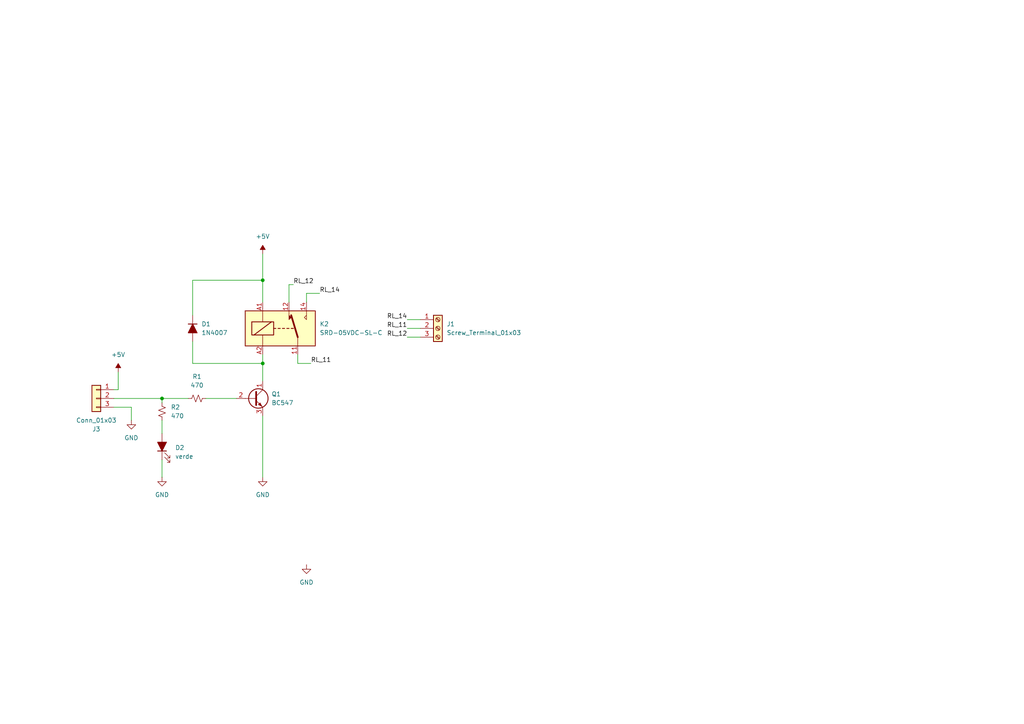
<source format=kicad_sch>
(kicad_sch
	(version 20250114)
	(generator "eeschema")
	(generator_version "9.0")
	(uuid "05f51502-1606-4273-81ab-7bd908c99b75")
	(paper "A4")
	(lib_symbols
		(symbol "Connector:Screw_Terminal_01x03"
			(pin_names
				(offset 1.016)
				(hide yes)
			)
			(exclude_from_sim no)
			(in_bom yes)
			(on_board yes)
			(property "Reference" "J"
				(at 0 5.08 0)
				(effects
					(font
						(size 1.27 1.27)
					)
				)
			)
			(property "Value" "Screw_Terminal_01x03"
				(at 0 -5.08 0)
				(effects
					(font
						(size 1.27 1.27)
					)
				)
			)
			(property "Footprint" ""
				(at 0 0 0)
				(effects
					(font
						(size 1.27 1.27)
					)
					(hide yes)
				)
			)
			(property "Datasheet" "~"
				(at 0 0 0)
				(effects
					(font
						(size 1.27 1.27)
					)
					(hide yes)
				)
			)
			(property "Description" "Generic screw terminal, single row, 01x03, script generated (kicad-library-utils/schlib/autogen/connector/)"
				(at 0 0 0)
				(effects
					(font
						(size 1.27 1.27)
					)
					(hide yes)
				)
			)
			(property "ki_keywords" "screw terminal"
				(at 0 0 0)
				(effects
					(font
						(size 1.27 1.27)
					)
					(hide yes)
				)
			)
			(property "ki_fp_filters" "TerminalBlock*:*"
				(at 0 0 0)
				(effects
					(font
						(size 1.27 1.27)
					)
					(hide yes)
				)
			)
			(symbol "Screw_Terminal_01x03_1_1"
				(rectangle
					(start -1.27 3.81)
					(end 1.27 -3.81)
					(stroke
						(width 0.254)
						(type default)
					)
					(fill
						(type background)
					)
				)
				(polyline
					(pts
						(xy -0.5334 2.8702) (xy 0.3302 2.032)
					)
					(stroke
						(width 0.1524)
						(type default)
					)
					(fill
						(type none)
					)
				)
				(polyline
					(pts
						(xy -0.5334 0.3302) (xy 0.3302 -0.508)
					)
					(stroke
						(width 0.1524)
						(type default)
					)
					(fill
						(type none)
					)
				)
				(polyline
					(pts
						(xy -0.5334 -2.2098) (xy 0.3302 -3.048)
					)
					(stroke
						(width 0.1524)
						(type default)
					)
					(fill
						(type none)
					)
				)
				(polyline
					(pts
						(xy -0.3556 3.048) (xy 0.508 2.2098)
					)
					(stroke
						(width 0.1524)
						(type default)
					)
					(fill
						(type none)
					)
				)
				(polyline
					(pts
						(xy -0.3556 0.508) (xy 0.508 -0.3302)
					)
					(stroke
						(width 0.1524)
						(type default)
					)
					(fill
						(type none)
					)
				)
				(polyline
					(pts
						(xy -0.3556 -2.032) (xy 0.508 -2.8702)
					)
					(stroke
						(width 0.1524)
						(type default)
					)
					(fill
						(type none)
					)
				)
				(circle
					(center 0 2.54)
					(radius 0.635)
					(stroke
						(width 0.1524)
						(type default)
					)
					(fill
						(type none)
					)
				)
				(circle
					(center 0 0)
					(radius 0.635)
					(stroke
						(width 0.1524)
						(type default)
					)
					(fill
						(type none)
					)
				)
				(circle
					(center 0 -2.54)
					(radius 0.635)
					(stroke
						(width 0.1524)
						(type default)
					)
					(fill
						(type none)
					)
				)
				(pin passive line
					(at -5.08 2.54 0)
					(length 3.81)
					(name "Pin_1"
						(effects
							(font
								(size 1.27 1.27)
							)
						)
					)
					(number "1"
						(effects
							(font
								(size 1.27 1.27)
							)
						)
					)
				)
				(pin passive line
					(at -5.08 0 0)
					(length 3.81)
					(name "Pin_2"
						(effects
							(font
								(size 1.27 1.27)
							)
						)
					)
					(number "2"
						(effects
							(font
								(size 1.27 1.27)
							)
						)
					)
				)
				(pin passive line
					(at -5.08 -2.54 0)
					(length 3.81)
					(name "Pin_3"
						(effects
							(font
								(size 1.27 1.27)
							)
						)
					)
					(number "3"
						(effects
							(font
								(size 1.27 1.27)
							)
						)
					)
				)
			)
			(embedded_fonts no)
		)
		(symbol "Connector_Generic:Conn_01x03"
			(pin_names
				(offset 1.016)
				(hide yes)
			)
			(exclude_from_sim no)
			(in_bom yes)
			(on_board yes)
			(property "Reference" "J"
				(at 0 5.08 0)
				(effects
					(font
						(size 1.27 1.27)
					)
				)
			)
			(property "Value" "Conn_01x03"
				(at 0 -5.08 0)
				(effects
					(font
						(size 1.27 1.27)
					)
				)
			)
			(property "Footprint" ""
				(at 0 0 0)
				(effects
					(font
						(size 1.27 1.27)
					)
					(hide yes)
				)
			)
			(property "Datasheet" "~"
				(at 0 0 0)
				(effects
					(font
						(size 1.27 1.27)
					)
					(hide yes)
				)
			)
			(property "Description" "Generic connector, single row, 01x03, script generated (kicad-library-utils/schlib/autogen/connector/)"
				(at 0 0 0)
				(effects
					(font
						(size 1.27 1.27)
					)
					(hide yes)
				)
			)
			(property "ki_keywords" "connector"
				(at 0 0 0)
				(effects
					(font
						(size 1.27 1.27)
					)
					(hide yes)
				)
			)
			(property "ki_fp_filters" "Connector*:*_1x??_*"
				(at 0 0 0)
				(effects
					(font
						(size 1.27 1.27)
					)
					(hide yes)
				)
			)
			(symbol "Conn_01x03_1_1"
				(rectangle
					(start -1.27 3.81)
					(end 1.27 -3.81)
					(stroke
						(width 0.254)
						(type default)
					)
					(fill
						(type background)
					)
				)
				(rectangle
					(start -1.27 2.667)
					(end 0 2.413)
					(stroke
						(width 0.1524)
						(type default)
					)
					(fill
						(type none)
					)
				)
				(rectangle
					(start -1.27 0.127)
					(end 0 -0.127)
					(stroke
						(width 0.1524)
						(type default)
					)
					(fill
						(type none)
					)
				)
				(rectangle
					(start -1.27 -2.413)
					(end 0 -2.667)
					(stroke
						(width 0.1524)
						(type default)
					)
					(fill
						(type none)
					)
				)
				(pin passive line
					(at -5.08 2.54 0)
					(length 3.81)
					(name "Pin_1"
						(effects
							(font
								(size 1.27 1.27)
							)
						)
					)
					(number "1"
						(effects
							(font
								(size 1.27 1.27)
							)
						)
					)
				)
				(pin passive line
					(at -5.08 0 0)
					(length 3.81)
					(name "Pin_2"
						(effects
							(font
								(size 1.27 1.27)
							)
						)
					)
					(number "2"
						(effects
							(font
								(size 1.27 1.27)
							)
						)
					)
				)
				(pin passive line
					(at -5.08 -2.54 0)
					(length 3.81)
					(name "Pin_3"
						(effects
							(font
								(size 1.27 1.27)
							)
						)
					)
					(number "3"
						(effects
							(font
								(size 1.27 1.27)
							)
						)
					)
				)
			)
			(embedded_fonts no)
		)
		(symbol "Device:D_Filled"
			(pin_numbers
				(hide yes)
			)
			(pin_names
				(offset 1.016)
				(hide yes)
			)
			(exclude_from_sim no)
			(in_bom yes)
			(on_board yes)
			(property "Reference" "D"
				(at 0 2.54 0)
				(effects
					(font
						(size 1.27 1.27)
					)
				)
			)
			(property "Value" "D_Filled"
				(at 0 -2.54 0)
				(effects
					(font
						(size 1.27 1.27)
					)
				)
			)
			(property "Footprint" ""
				(at 0 0 0)
				(effects
					(font
						(size 1.27 1.27)
					)
					(hide yes)
				)
			)
			(property "Datasheet" "~"
				(at 0 0 0)
				(effects
					(font
						(size 1.27 1.27)
					)
					(hide yes)
				)
			)
			(property "Description" "Diode, filled shape"
				(at 0 0 0)
				(effects
					(font
						(size 1.27 1.27)
					)
					(hide yes)
				)
			)
			(property "Sim.Device" "D"
				(at 0 0 0)
				(effects
					(font
						(size 1.27 1.27)
					)
					(hide yes)
				)
			)
			(property "Sim.Pins" "1=K 2=A"
				(at 0 0 0)
				(effects
					(font
						(size 1.27 1.27)
					)
					(hide yes)
				)
			)
			(property "ki_keywords" "diode"
				(at 0 0 0)
				(effects
					(font
						(size 1.27 1.27)
					)
					(hide yes)
				)
			)
			(property "ki_fp_filters" "TO-???* *_Diode_* *SingleDiode* D_*"
				(at 0 0 0)
				(effects
					(font
						(size 1.27 1.27)
					)
					(hide yes)
				)
			)
			(symbol "D_Filled_0_1"
				(polyline
					(pts
						(xy -1.27 1.27) (xy -1.27 -1.27)
					)
					(stroke
						(width 0.254)
						(type default)
					)
					(fill
						(type none)
					)
				)
				(polyline
					(pts
						(xy 1.27 1.27) (xy 1.27 -1.27) (xy -1.27 0) (xy 1.27 1.27)
					)
					(stroke
						(width 0.254)
						(type default)
					)
					(fill
						(type outline)
					)
				)
				(polyline
					(pts
						(xy 1.27 0) (xy -1.27 0)
					)
					(stroke
						(width 0)
						(type default)
					)
					(fill
						(type none)
					)
				)
			)
			(symbol "D_Filled_1_1"
				(pin passive line
					(at -3.81 0 0)
					(length 2.54)
					(name "K"
						(effects
							(font
								(size 1.27 1.27)
							)
						)
					)
					(number "1"
						(effects
							(font
								(size 1.27 1.27)
							)
						)
					)
				)
				(pin passive line
					(at 3.81 0 180)
					(length 2.54)
					(name "A"
						(effects
							(font
								(size 1.27 1.27)
							)
						)
					)
					(number "2"
						(effects
							(font
								(size 1.27 1.27)
							)
						)
					)
				)
			)
			(embedded_fonts no)
		)
		(symbol "Device:LED_Filled"
			(pin_numbers
				(hide yes)
			)
			(pin_names
				(offset 1.016)
				(hide yes)
			)
			(exclude_from_sim no)
			(in_bom yes)
			(on_board yes)
			(property "Reference" "D"
				(at 0 2.54 0)
				(effects
					(font
						(size 1.27 1.27)
					)
				)
			)
			(property "Value" "LED_Filled"
				(at 0 -2.54 0)
				(effects
					(font
						(size 1.27 1.27)
					)
				)
			)
			(property "Footprint" ""
				(at 0 0 0)
				(effects
					(font
						(size 1.27 1.27)
					)
					(hide yes)
				)
			)
			(property "Datasheet" "~"
				(at 0 0 0)
				(effects
					(font
						(size 1.27 1.27)
					)
					(hide yes)
				)
			)
			(property "Description" "Light emitting diode, filled shape"
				(at 0 0 0)
				(effects
					(font
						(size 1.27 1.27)
					)
					(hide yes)
				)
			)
			(property "Sim.Pins" "1=K 2=A"
				(at 0 0 0)
				(effects
					(font
						(size 1.27 1.27)
					)
				)
			)
			(property "ki_keywords" "LED diode"
				(at 0 0 0)
				(effects
					(font
						(size 1.27 1.27)
					)
					(hide yes)
				)
			)
			(property "ki_fp_filters" "LED* LED_SMD:* LED_THT:*"
				(at 0 0 0)
				(effects
					(font
						(size 1.27 1.27)
					)
					(hide yes)
				)
			)
			(symbol "LED_Filled_0_1"
				(polyline
					(pts
						(xy -3.048 -0.762) (xy -4.572 -2.286) (xy -3.81 -2.286) (xy -4.572 -2.286) (xy -4.572 -1.524)
					)
					(stroke
						(width 0)
						(type default)
					)
					(fill
						(type none)
					)
				)
				(polyline
					(pts
						(xy -1.778 -0.762) (xy -3.302 -2.286) (xy -2.54 -2.286) (xy -3.302 -2.286) (xy -3.302 -1.524)
					)
					(stroke
						(width 0)
						(type default)
					)
					(fill
						(type none)
					)
				)
				(polyline
					(pts
						(xy -1.27 0) (xy 1.27 0)
					)
					(stroke
						(width 0)
						(type default)
					)
					(fill
						(type none)
					)
				)
				(polyline
					(pts
						(xy -1.27 -1.27) (xy -1.27 1.27)
					)
					(stroke
						(width 0.254)
						(type default)
					)
					(fill
						(type none)
					)
				)
				(polyline
					(pts
						(xy 1.27 -1.27) (xy 1.27 1.27) (xy -1.27 0) (xy 1.27 -1.27)
					)
					(stroke
						(width 0.254)
						(type default)
					)
					(fill
						(type outline)
					)
				)
			)
			(symbol "LED_Filled_1_1"
				(pin passive line
					(at -3.81 0 0)
					(length 2.54)
					(name "K"
						(effects
							(font
								(size 1.27 1.27)
							)
						)
					)
					(number "1"
						(effects
							(font
								(size 1.27 1.27)
							)
						)
					)
				)
				(pin passive line
					(at 3.81 0 180)
					(length 2.54)
					(name "A"
						(effects
							(font
								(size 1.27 1.27)
							)
						)
					)
					(number "2"
						(effects
							(font
								(size 1.27 1.27)
							)
						)
					)
				)
			)
			(embedded_fonts no)
		)
		(symbol "Device:R_Small_US"
			(pin_numbers
				(hide yes)
			)
			(pin_names
				(offset 0.254)
				(hide yes)
			)
			(exclude_from_sim no)
			(in_bom yes)
			(on_board yes)
			(property "Reference" "R"
				(at 0.762 0.508 0)
				(effects
					(font
						(size 1.27 1.27)
					)
					(justify left)
				)
			)
			(property "Value" "R_Small_US"
				(at 0.762 -1.016 0)
				(effects
					(font
						(size 1.27 1.27)
					)
					(justify left)
				)
			)
			(property "Footprint" ""
				(at 0 0 0)
				(effects
					(font
						(size 1.27 1.27)
					)
					(hide yes)
				)
			)
			(property "Datasheet" "~"
				(at 0 0 0)
				(effects
					(font
						(size 1.27 1.27)
					)
					(hide yes)
				)
			)
			(property "Description" "Resistor, small US symbol"
				(at 0 0 0)
				(effects
					(font
						(size 1.27 1.27)
					)
					(hide yes)
				)
			)
			(property "ki_keywords" "r resistor"
				(at 0 0 0)
				(effects
					(font
						(size 1.27 1.27)
					)
					(hide yes)
				)
			)
			(property "ki_fp_filters" "R_*"
				(at 0 0 0)
				(effects
					(font
						(size 1.27 1.27)
					)
					(hide yes)
				)
			)
			(symbol "R_Small_US_1_1"
				(polyline
					(pts
						(xy 0 1.524) (xy 1.016 1.143) (xy 0 0.762) (xy -1.016 0.381) (xy 0 0)
					)
					(stroke
						(width 0)
						(type default)
					)
					(fill
						(type none)
					)
				)
				(polyline
					(pts
						(xy 0 0) (xy 1.016 -0.381) (xy 0 -0.762) (xy -1.016 -1.143) (xy 0 -1.524)
					)
					(stroke
						(width 0)
						(type default)
					)
					(fill
						(type none)
					)
				)
				(pin passive line
					(at 0 2.54 270)
					(length 1.016)
					(name "~"
						(effects
							(font
								(size 1.27 1.27)
							)
						)
					)
					(number "1"
						(effects
							(font
								(size 1.27 1.27)
							)
						)
					)
				)
				(pin passive line
					(at 0 -2.54 90)
					(length 1.016)
					(name "~"
						(effects
							(font
								(size 1.27 1.27)
							)
						)
					)
					(number "2"
						(effects
							(font
								(size 1.27 1.27)
							)
						)
					)
				)
			)
			(embedded_fonts no)
		)
		(symbol "Relay:Relay_SPDT"
			(exclude_from_sim no)
			(in_bom yes)
			(on_board yes)
			(property "Reference" "K"
				(at 11.43 3.81 0)
				(effects
					(font
						(size 1.27 1.27)
					)
					(justify left)
				)
			)
			(property "Value" "Relay_SPDT"
				(at 11.43 1.27 0)
				(effects
					(font
						(size 1.27 1.27)
					)
					(justify left)
				)
			)
			(property "Footprint" ""
				(at 11.43 -1.27 0)
				(effects
					(font
						(size 1.27 1.27)
					)
					(justify left)
					(hide yes)
				)
			)
			(property "Datasheet" "~"
				(at 0 0 0)
				(effects
					(font
						(size 1.27 1.27)
					)
					(hide yes)
				)
			)
			(property "Description" "Relay SPDT, monostable, EN50005"
				(at 0 0 0)
				(effects
					(font
						(size 1.27 1.27)
					)
					(hide yes)
				)
			)
			(property "ki_keywords" "1P2T 1-Form-C single pole throw"
				(at 0 0 0)
				(effects
					(font
						(size 1.27 1.27)
					)
					(hide yes)
				)
			)
			(property "ki_fp_filters" "Relay?SPDT*"
				(at 0 0 0)
				(effects
					(font
						(size 1.27 1.27)
					)
					(hide yes)
				)
			)
			(symbol "Relay_SPDT_0_0"
				(polyline
					(pts
						(xy 7.62 5.08) (xy 7.62 2.54) (xy 6.985 3.175) (xy 7.62 3.81)
					)
					(stroke
						(width 0)
						(type default)
					)
					(fill
						(type none)
					)
				)
			)
			(symbol "Relay_SPDT_0_1"
				(rectangle
					(start -10.16 5.08)
					(end 10.16 -5.08)
					(stroke
						(width 0.254)
						(type default)
					)
					(fill
						(type background)
					)
				)
				(rectangle
					(start -8.255 1.905)
					(end -1.905 -1.905)
					(stroke
						(width 0.254)
						(type default)
					)
					(fill
						(type none)
					)
				)
				(polyline
					(pts
						(xy -7.62 -1.905) (xy -2.54 1.905)
					)
					(stroke
						(width 0.254)
						(type default)
					)
					(fill
						(type none)
					)
				)
				(polyline
					(pts
						(xy -5.08 5.08) (xy -5.08 1.905)
					)
					(stroke
						(width 0)
						(type default)
					)
					(fill
						(type none)
					)
				)
				(polyline
					(pts
						(xy -5.08 -5.08) (xy -5.08 -1.905)
					)
					(stroke
						(width 0)
						(type default)
					)
					(fill
						(type none)
					)
				)
				(polyline
					(pts
						(xy -1.905 0) (xy -1.27 0)
					)
					(stroke
						(width 0.254)
						(type default)
					)
					(fill
						(type none)
					)
				)
				(polyline
					(pts
						(xy -0.635 0) (xy 0 0)
					)
					(stroke
						(width 0.254)
						(type default)
					)
					(fill
						(type none)
					)
				)
				(polyline
					(pts
						(xy 0.635 0) (xy 1.27 0)
					)
					(stroke
						(width 0.254)
						(type default)
					)
					(fill
						(type none)
					)
				)
				(polyline
					(pts
						(xy 1.905 0) (xy 2.54 0)
					)
					(stroke
						(width 0.254)
						(type default)
					)
					(fill
						(type none)
					)
				)
				(polyline
					(pts
						(xy 2.54 5.08) (xy 2.54 2.54) (xy 3.175 3.175) (xy 2.54 3.81)
					)
					(stroke
						(width 0)
						(type default)
					)
					(fill
						(type outline)
					)
				)
				(polyline
					(pts
						(xy 3.175 0) (xy 3.81 0)
					)
					(stroke
						(width 0.254)
						(type default)
					)
					(fill
						(type none)
					)
				)
				(polyline
					(pts
						(xy 5.08 -2.54) (xy 3.175 3.81)
					)
					(stroke
						(width 0.508)
						(type default)
					)
					(fill
						(type none)
					)
				)
				(polyline
					(pts
						(xy 5.08 -2.54) (xy 5.08 -5.08)
					)
					(stroke
						(width 0)
						(type default)
					)
					(fill
						(type none)
					)
				)
			)
			(symbol "Relay_SPDT_1_1"
				(pin passive line
					(at -5.08 7.62 270)
					(length 2.54)
					(name "~"
						(effects
							(font
								(size 1.27 1.27)
							)
						)
					)
					(number "A1"
						(effects
							(font
								(size 1.27 1.27)
							)
						)
					)
				)
				(pin passive line
					(at -5.08 -7.62 90)
					(length 2.54)
					(name "~"
						(effects
							(font
								(size 1.27 1.27)
							)
						)
					)
					(number "A2"
						(effects
							(font
								(size 1.27 1.27)
							)
						)
					)
				)
				(pin passive line
					(at 2.54 7.62 270)
					(length 2.54)
					(name "~"
						(effects
							(font
								(size 1.27 1.27)
							)
						)
					)
					(number "12"
						(effects
							(font
								(size 1.27 1.27)
							)
						)
					)
				)
				(pin passive line
					(at 5.08 -7.62 90)
					(length 2.54)
					(name "~"
						(effects
							(font
								(size 1.27 1.27)
							)
						)
					)
					(number "11"
						(effects
							(font
								(size 1.27 1.27)
							)
						)
					)
				)
				(pin passive line
					(at 7.62 7.62 270)
					(length 2.54)
					(name "~"
						(effects
							(font
								(size 1.27 1.27)
							)
						)
					)
					(number "14"
						(effects
							(font
								(size 1.27 1.27)
							)
						)
					)
				)
			)
			(embedded_fonts no)
		)
		(symbol "Transistor_BJT:Q_NPN_CBE"
			(pin_names
				(offset 0)
				(hide yes)
			)
			(exclude_from_sim no)
			(in_bom yes)
			(on_board yes)
			(property "Reference" "Q"
				(at 5.08 1.27 0)
				(effects
					(font
						(size 1.27 1.27)
					)
					(justify left)
				)
			)
			(property "Value" "Q_NPN_CBE"
				(at 5.08 -1.27 0)
				(effects
					(font
						(size 1.27 1.27)
					)
					(justify left)
				)
			)
			(property "Footprint" ""
				(at 5.08 2.54 0)
				(effects
					(font
						(size 1.27 1.27)
					)
					(hide yes)
				)
			)
			(property "Datasheet" "~"
				(at 0 0 0)
				(effects
					(font
						(size 1.27 1.27)
					)
					(hide yes)
				)
			)
			(property "Description" "NPN transistor, collector/base/emitter"
				(at 0 0 0)
				(effects
					(font
						(size 1.27 1.27)
					)
					(hide yes)
				)
			)
			(property "ki_keywords" "BJT"
				(at 0 0 0)
				(effects
					(font
						(size 1.27 1.27)
					)
					(hide yes)
				)
			)
			(symbol "Q_NPN_CBE_0_1"
				(polyline
					(pts
						(xy -2.54 0) (xy 0.635 0)
					)
					(stroke
						(width 0)
						(type default)
					)
					(fill
						(type none)
					)
				)
				(polyline
					(pts
						(xy 0.635 1.905) (xy 0.635 -1.905)
					)
					(stroke
						(width 0.508)
						(type default)
					)
					(fill
						(type none)
					)
				)
				(circle
					(center 1.27 0)
					(radius 2.8194)
					(stroke
						(width 0.254)
						(type default)
					)
					(fill
						(type none)
					)
				)
			)
			(symbol "Q_NPN_CBE_1_1"
				(polyline
					(pts
						(xy 0.635 0.635) (xy 2.54 2.54)
					)
					(stroke
						(width 0)
						(type default)
					)
					(fill
						(type none)
					)
				)
				(polyline
					(pts
						(xy 0.635 -0.635) (xy 2.54 -2.54)
					)
					(stroke
						(width 0)
						(type default)
					)
					(fill
						(type none)
					)
				)
				(polyline
					(pts
						(xy 1.27 -1.778) (xy 1.778 -1.27) (xy 2.286 -2.286) (xy 1.27 -1.778)
					)
					(stroke
						(width 0)
						(type default)
					)
					(fill
						(type outline)
					)
				)
				(pin input line
					(at -5.08 0 0)
					(length 2.54)
					(name "B"
						(effects
							(font
								(size 1.27 1.27)
							)
						)
					)
					(number "2"
						(effects
							(font
								(size 1.27 1.27)
							)
						)
					)
				)
				(pin passive line
					(at 2.54 5.08 270)
					(length 2.54)
					(name "C"
						(effects
							(font
								(size 1.27 1.27)
							)
						)
					)
					(number "1"
						(effects
							(font
								(size 1.27 1.27)
							)
						)
					)
				)
				(pin passive line
					(at 2.54 -5.08 90)
					(length 2.54)
					(name "E"
						(effects
							(font
								(size 1.27 1.27)
							)
						)
					)
					(number "3"
						(effects
							(font
								(size 1.27 1.27)
							)
						)
					)
				)
			)
			(embedded_fonts no)
		)
		(symbol "power:-5V"
			(power)
			(pin_numbers
				(hide yes)
			)
			(pin_names
				(offset 0)
				(hide yes)
			)
			(exclude_from_sim no)
			(in_bom yes)
			(on_board yes)
			(property "Reference" "#PWR"
				(at 0 -3.81 0)
				(effects
					(font
						(size 1.27 1.27)
					)
					(hide yes)
				)
			)
			(property "Value" "-5V"
				(at 0 3.556 0)
				(effects
					(font
						(size 1.27 1.27)
					)
				)
			)
			(property "Footprint" ""
				(at 0 0 0)
				(effects
					(font
						(size 1.27 1.27)
					)
					(hide yes)
				)
			)
			(property "Datasheet" ""
				(at 0 0 0)
				(effects
					(font
						(size 1.27 1.27)
					)
					(hide yes)
				)
			)
			(property "Description" "Power symbol creates a global label with name \"-5V\""
				(at 0 0 0)
				(effects
					(font
						(size 1.27 1.27)
					)
					(hide yes)
				)
			)
			(property "ki_keywords" "global power"
				(at 0 0 0)
				(effects
					(font
						(size 1.27 1.27)
					)
					(hide yes)
				)
			)
			(symbol "-5V_0_0"
				(pin power_in line
					(at 0 0 90)
					(length 0)
					(name "~"
						(effects
							(font
								(size 1.27 1.27)
							)
						)
					)
					(number "1"
						(effects
							(font
								(size 1.27 1.27)
							)
						)
					)
				)
			)
			(symbol "-5V_0_1"
				(polyline
					(pts
						(xy 0 0) (xy 0 1.27) (xy 0.762 1.27) (xy 0 2.54) (xy -0.762 1.27) (xy 0 1.27)
					)
					(stroke
						(width 0)
						(type default)
					)
					(fill
						(type outline)
					)
				)
			)
			(embedded_fonts no)
		)
		(symbol "power:GND"
			(power)
			(pin_numbers
				(hide yes)
			)
			(pin_names
				(offset 0)
				(hide yes)
			)
			(exclude_from_sim no)
			(in_bom yes)
			(on_board yes)
			(property "Reference" "#PWR"
				(at 0 -6.35 0)
				(effects
					(font
						(size 1.27 1.27)
					)
					(hide yes)
				)
			)
			(property "Value" "GND"
				(at 0 -3.81 0)
				(effects
					(font
						(size 1.27 1.27)
					)
				)
			)
			(property "Footprint" ""
				(at 0 0 0)
				(effects
					(font
						(size 1.27 1.27)
					)
					(hide yes)
				)
			)
			(property "Datasheet" ""
				(at 0 0 0)
				(effects
					(font
						(size 1.27 1.27)
					)
					(hide yes)
				)
			)
			(property "Description" "Power symbol creates a global label with name \"GND\" , ground"
				(at 0 0 0)
				(effects
					(font
						(size 1.27 1.27)
					)
					(hide yes)
				)
			)
			(property "ki_keywords" "global power"
				(at 0 0 0)
				(effects
					(font
						(size 1.27 1.27)
					)
					(hide yes)
				)
			)
			(symbol "GND_0_1"
				(polyline
					(pts
						(xy 0 0) (xy 0 -1.27) (xy 1.27 -1.27) (xy 0 -2.54) (xy -1.27 -1.27) (xy 0 -1.27)
					)
					(stroke
						(width 0)
						(type default)
					)
					(fill
						(type none)
					)
				)
			)
			(symbol "GND_1_1"
				(pin power_in line
					(at 0 0 270)
					(length 0)
					(name "~"
						(effects
							(font
								(size 1.27 1.27)
							)
						)
					)
					(number "1"
						(effects
							(font
								(size 1.27 1.27)
							)
						)
					)
				)
			)
			(embedded_fonts no)
		)
	)
	(junction
		(at 76.2 81.28)
		(diameter 0)
		(color 0 0 0 0)
		(uuid "043e13d8-cc7e-4bcb-b9de-e770d63097e3")
	)
	(junction
		(at 76.2 105.41)
		(diameter 0)
		(color 0 0 0 0)
		(uuid "523873b1-9e73-4656-8b2e-88eb9cf06080")
	)
	(junction
		(at 46.99 115.57)
		(diameter 0)
		(color 0 0 0 0)
		(uuid "88e45805-d935-47a7-89d2-dcc524ab0fa0")
	)
	(wire
		(pts
			(xy 76.2 102.87) (xy 76.2 105.41)
		)
		(stroke
			(width 0)
			(type default)
		)
		(uuid "1e47e263-99e9-4910-b613-dfb021ad270b")
	)
	(wire
		(pts
			(xy 46.99 115.57) (xy 54.61 115.57)
		)
		(stroke
			(width 0)
			(type default)
		)
		(uuid "1ea83bfa-be31-4e0d-8fac-6c2542d4ed46")
	)
	(wire
		(pts
			(xy 76.2 81.28) (xy 55.88 81.28)
		)
		(stroke
			(width 0)
			(type default)
		)
		(uuid "221713bf-a0bc-4c8e-b35d-a05d62809f34")
	)
	(wire
		(pts
			(xy 38.1 118.11) (xy 38.1 121.92)
		)
		(stroke
			(width 0)
			(type default)
		)
		(uuid "2941b69d-ce5f-46e5-ae8e-fa0189ecb848")
	)
	(wire
		(pts
			(xy 55.88 99.06) (xy 55.88 105.41)
		)
		(stroke
			(width 0)
			(type default)
		)
		(uuid "318ed5c4-86c7-4820-a7e6-1535e9108980")
	)
	(wire
		(pts
			(xy 55.88 81.28) (xy 55.88 91.44)
		)
		(stroke
			(width 0)
			(type default)
		)
		(uuid "3596c728-f20c-4b47-8afa-d05320bd239a")
	)
	(wire
		(pts
			(xy 83.82 82.55) (xy 83.82 87.63)
		)
		(stroke
			(width 0)
			(type default)
		)
		(uuid "3bec2bf1-288d-44dd-92ff-9883d52a783a")
	)
	(wire
		(pts
			(xy 59.69 115.57) (xy 68.58 115.57)
		)
		(stroke
			(width 0)
			(type default)
		)
		(uuid "3faf292b-242f-4ce3-a013-1fa793910e11")
	)
	(wire
		(pts
			(xy 86.36 105.41) (xy 86.36 102.87)
		)
		(stroke
			(width 0)
			(type default)
		)
		(uuid "4223e229-47b2-410a-9bf1-2ad8701bb489")
	)
	(wire
		(pts
			(xy 118.11 95.25) (xy 121.92 95.25)
		)
		(stroke
			(width 0)
			(type default)
		)
		(uuid "57041680-f4f2-47a0-8e09-f493e0e509c8")
	)
	(wire
		(pts
			(xy 46.99 133.35) (xy 46.99 138.43)
		)
		(stroke
			(width 0)
			(type default)
		)
		(uuid "6322d8b7-a569-465c-967a-be8777239c6f")
	)
	(wire
		(pts
			(xy 33.02 113.03) (xy 34.29 113.03)
		)
		(stroke
			(width 0)
			(type default)
		)
		(uuid "6a1b417b-39d8-4ba0-8e24-58dda033bf5b")
	)
	(wire
		(pts
			(xy 46.99 121.92) (xy 46.99 125.73)
		)
		(stroke
			(width 0)
			(type default)
		)
		(uuid "6a22f675-7401-4016-a99d-33233bfc8e5e")
	)
	(wire
		(pts
			(xy 88.9 85.09) (xy 88.9 87.63)
		)
		(stroke
			(width 0)
			(type default)
		)
		(uuid "6e7da100-75c2-49a9-b3d4-854c38279d03")
	)
	(wire
		(pts
			(xy 92.71 85.09) (xy 88.9 85.09)
		)
		(stroke
			(width 0)
			(type default)
		)
		(uuid "7e7e4d03-4485-42ea-a586-8fd5b394a7ab")
	)
	(wire
		(pts
			(xy 76.2 120.65) (xy 76.2 138.43)
		)
		(stroke
			(width 0)
			(type default)
		)
		(uuid "9ea9b07a-3fb0-4afe-b9ce-51186223714c")
	)
	(wire
		(pts
			(xy 33.02 118.11) (xy 38.1 118.11)
		)
		(stroke
			(width 0)
			(type default)
		)
		(uuid "9fd59538-06b1-4794-a58f-67c5a612c64c")
	)
	(wire
		(pts
			(xy 118.11 92.71) (xy 121.92 92.71)
		)
		(stroke
			(width 0)
			(type default)
		)
		(uuid "a6f2c8cb-68be-45f1-8203-37a05e211798")
	)
	(wire
		(pts
			(xy 76.2 87.63) (xy 76.2 81.28)
		)
		(stroke
			(width 0)
			(type default)
		)
		(uuid "a8d92ec5-bf40-4e78-901c-785cdd7c12f3")
	)
	(wire
		(pts
			(xy 55.88 105.41) (xy 76.2 105.41)
		)
		(stroke
			(width 0)
			(type default)
		)
		(uuid "acd30d33-c940-44a1-8153-2cb80e6bef23")
	)
	(wire
		(pts
			(xy 118.11 97.79) (xy 121.92 97.79)
		)
		(stroke
			(width 0)
			(type default)
		)
		(uuid "b3ba8a61-7a48-4273-8231-358be87867df")
	)
	(wire
		(pts
			(xy 76.2 73.66) (xy 76.2 81.28)
		)
		(stroke
			(width 0)
			(type default)
		)
		(uuid "c4d5bb99-0444-4e7a-915c-b06a369de420")
	)
	(wire
		(pts
			(xy 46.99 115.57) (xy 46.99 116.84)
		)
		(stroke
			(width 0)
			(type default)
		)
		(uuid "c62ed654-82fc-4ae0-8f03-f8a50ebeacc8")
	)
	(wire
		(pts
			(xy 33.02 115.57) (xy 46.99 115.57)
		)
		(stroke
			(width 0)
			(type default)
		)
		(uuid "ca4976fb-1878-4da0-8071-62f88544461a")
	)
	(wire
		(pts
			(xy 76.2 105.41) (xy 76.2 110.49)
		)
		(stroke
			(width 0)
			(type default)
		)
		(uuid "d07a9e6c-a6ea-43ae-b1e6-7e8e13827dcf")
	)
	(wire
		(pts
			(xy 85.09 82.55) (xy 83.82 82.55)
		)
		(stroke
			(width 0)
			(type default)
		)
		(uuid "d18196b3-3d6d-4d30-a6ba-ef053aab568d")
	)
	(wire
		(pts
			(xy 34.29 113.03) (xy 34.29 107.95)
		)
		(stroke
			(width 0)
			(type default)
		)
		(uuid "d39882f0-8d7a-49c1-9572-20ffd0fee9f0")
	)
	(wire
		(pts
			(xy 90.17 105.41) (xy 86.36 105.41)
		)
		(stroke
			(width 0)
			(type default)
		)
		(uuid "e4d59370-e8d7-411e-9f0a-25d9b277781c")
	)
	(label "RL_12"
		(at 85.09 82.55 0)
		(effects
			(font
				(size 1.27 1.27)
			)
			(justify left bottom)
		)
		(uuid "351248b2-c40e-4833-80d4-312b866f82db")
	)
	(label "RL_11"
		(at 90.17 105.41 0)
		(effects
			(font
				(size 1.27 1.27)
			)
			(justify left bottom)
		)
		(uuid "396c7c9d-65df-4c2d-818b-4743bb1d6df3")
	)
	(label "RL_11"
		(at 118.11 95.25 180)
		(effects
			(font
				(size 1.27 1.27)
			)
			(justify right bottom)
		)
		(uuid "3bd0da9a-7aaa-42cb-9eb1-4ab041711317")
	)
	(label "RL_14"
		(at 92.71 85.09 0)
		(effects
			(font
				(size 1.27 1.27)
			)
			(justify left bottom)
		)
		(uuid "cbad3920-367f-45bc-b44f-9c06d6fb5772")
	)
	(label "RL_12"
		(at 118.11 97.79 180)
		(effects
			(font
				(size 1.27 1.27)
			)
			(justify right bottom)
		)
		(uuid "d437833e-5081-46f7-a548-1607ea843cfb")
	)
	(label "RL_14"
		(at 118.11 92.71 180)
		(effects
			(font
				(size 1.27 1.27)
			)
			(justify right bottom)
		)
		(uuid "fcab849f-262f-4335-ac46-1c69afb8d854")
	)
	(symbol
		(lib_id "Connector_Generic:Conn_01x03")
		(at 27.94 115.57 0)
		(mirror y)
		(unit 1)
		(exclude_from_sim no)
		(in_bom yes)
		(on_board yes)
		(dnp no)
		(uuid "0c54cdad-9ec1-4009-accf-9230ee12db14")
		(property "Reference" "J3"
			(at 27.94 124.46 0)
			(effects
				(font
					(size 1.27 1.27)
				)
			)
		)
		(property "Value" "Conn_01x03"
			(at 27.94 121.92 0)
			(effects
				(font
					(size 1.27 1.27)
				)
			)
		)
		(property "Footprint" "Connector_PinHeader_2.54mm:PinHeader_1x03_P2.54mm_Vertical"
			(at 27.94 115.57 0)
			(effects
				(font
					(size 1.27 1.27)
				)
				(hide yes)
			)
		)
		(property "Datasheet" "~"
			(at 27.94 115.57 0)
			(effects
				(font
					(size 1.27 1.27)
				)
				(hide yes)
			)
		)
		(property "Description" "Generic connector, single row, 01x03, script generated (kicad-library-utils/schlib/autogen/connector/)"
			(at 27.94 115.57 0)
			(effects
				(font
					(size 1.27 1.27)
				)
				(hide yes)
			)
		)
		(pin "2"
			(uuid "a0b39b69-024b-4f9c-9146-959bd66044a0")
		)
		(pin "1"
			(uuid "95b31971-5f67-4bfd-b7ca-7b68c2a2b581")
		)
		(pin "3"
			(uuid "34bf7f71-e779-40ef-b9ab-03048b3ad4e1")
		)
		(instances
			(project ""
				(path "/05f51502-1606-4273-81ab-7bd908c99b75"
					(reference "J3")
					(unit 1)
				)
			)
		)
	)
	(symbol
		(lib_id "power:GND")
		(at 88.9 163.83 0)
		(unit 1)
		(exclude_from_sim no)
		(in_bom yes)
		(on_board yes)
		(dnp no)
		(fields_autoplaced yes)
		(uuid "1230da6b-0f76-4b57-8725-f2f3b95d6b21")
		(property "Reference" "#PWR04"
			(at 88.9 170.18 0)
			(effects
				(font
					(size 1.27 1.27)
				)
				(hide yes)
			)
		)
		(property "Value" "GND"
			(at 88.9 168.91 0)
			(effects
				(font
					(size 1.27 1.27)
				)
			)
		)
		(property "Footprint" ""
			(at 88.9 163.83 0)
			(effects
				(font
					(size 1.27 1.27)
				)
				(hide yes)
			)
		)
		(property "Datasheet" ""
			(at 88.9 163.83 0)
			(effects
				(font
					(size 1.27 1.27)
				)
				(hide yes)
			)
		)
		(property "Description" "Power symbol creates a global label with name \"GND\" , ground"
			(at 88.9 163.83 0)
			(effects
				(font
					(size 1.27 1.27)
				)
				(hide yes)
			)
		)
		(pin "1"
			(uuid "93185512-881d-4238-897a-6a68c6196b72")
		)
		(instances
			(project "projeto 1"
				(path "/05f51502-1606-4273-81ab-7bd908c99b75"
					(reference "#PWR04")
					(unit 1)
				)
			)
		)
	)
	(symbol
		(lib_id "Relay:Relay_SPDT")
		(at 81.28 95.25 0)
		(unit 1)
		(exclude_from_sim no)
		(in_bom yes)
		(on_board yes)
		(dnp no)
		(fields_autoplaced yes)
		(uuid "3aa78dbd-70dc-4810-9ac6-3f5e04c2a147")
		(property "Reference" "K2"
			(at 92.71 93.9799 0)
			(effects
				(font
					(size 1.27 1.27)
				)
				(justify left)
			)
		)
		(property "Value" "SRD-05VDC-SL-C"
			(at 92.71 96.5199 0)
			(effects
				(font
					(size 1.27 1.27)
				)
				(justify left)
			)
		)
		(property "Footprint" "Relay_THT:Relay_SPDT_Finder_36.11"
			(at 92.71 96.52 0)
			(effects
				(font
					(size 1.27 1.27)
				)
				(justify left)
				(hide yes)
			)
		)
		(property "Datasheet" "~"
			(at 81.28 95.25 0)
			(effects
				(font
					(size 1.27 1.27)
				)
				(hide yes)
			)
		)
		(property "Description" "Relay SPDT, monostable, EN50005"
			(at 81.28 95.25 0)
			(effects
				(font
					(size 1.27 1.27)
				)
				(hide yes)
			)
		)
		(pin "A2"
			(uuid "3351a66a-735a-42f8-b6b1-8a365a995b11")
		)
		(pin "A1"
			(uuid "7279792d-4568-451c-a094-8f1f294ad0e2")
		)
		(pin "12"
			(uuid "dc7fbcb8-86bb-49be-a46c-086dc31b44a4")
		)
		(pin "11"
			(uuid "5e766ae0-fcf1-4475-bd08-641973871eb1")
		)
		(pin "14"
			(uuid "6e1d95ce-a9dd-4cf7-b9dd-cf57fd4d4ce7")
		)
		(instances
			(project ""
				(path "/05f51502-1606-4273-81ab-7bd908c99b75"
					(reference "K2")
					(unit 1)
				)
			)
		)
	)
	(symbol
		(lib_id "Device:R_Small_US")
		(at 57.15 115.57 270)
		(unit 1)
		(exclude_from_sim no)
		(in_bom yes)
		(on_board yes)
		(dnp no)
		(fields_autoplaced yes)
		(uuid "644a752a-a192-4bc4-8d7b-2eeac4025258")
		(property "Reference" "R1"
			(at 57.15 109.22 90)
			(effects
				(font
					(size 1.27 1.27)
				)
			)
		)
		(property "Value" "470"
			(at 57.15 111.76 90)
			(effects
				(font
					(size 1.27 1.27)
				)
			)
		)
		(property "Footprint" "Resistor_THT:R_Axial_DIN0207_L6.3mm_D2.5mm_P7.62mm_Horizontal"
			(at 57.15 115.57 0)
			(effects
				(font
					(size 1.27 1.27)
				)
				(hide yes)
			)
		)
		(property "Datasheet" "~"
			(at 57.15 115.57 0)
			(effects
				(font
					(size 1.27 1.27)
				)
				(hide yes)
			)
		)
		(property "Description" "Resistor, small US symbol"
			(at 57.15 115.57 0)
			(effects
				(font
					(size 1.27 1.27)
				)
				(hide yes)
			)
		)
		(pin "2"
			(uuid "8f60f795-8801-4794-b740-86e7a81e0c20")
		)
		(pin "1"
			(uuid "e3ba6b8b-185d-480c-adf0-ef9c50655d88")
		)
		(instances
			(project ""
				(path "/05f51502-1606-4273-81ab-7bd908c99b75"
					(reference "R1")
					(unit 1)
				)
			)
		)
	)
	(symbol
		(lib_id "power:GND")
		(at 46.99 138.43 0)
		(unit 1)
		(exclude_from_sim no)
		(in_bom yes)
		(on_board yes)
		(dnp no)
		(fields_autoplaced yes)
		(uuid "6d9cb3e8-bba1-4de0-8642-c5fe3bba9413")
		(property "Reference" "#PWR03"
			(at 46.99 144.78 0)
			(effects
				(font
					(size 1.27 1.27)
				)
				(hide yes)
			)
		)
		(property "Value" "GND"
			(at 46.99 143.51 0)
			(effects
				(font
					(size 1.27 1.27)
				)
			)
		)
		(property "Footprint" ""
			(at 46.99 138.43 0)
			(effects
				(font
					(size 1.27 1.27)
				)
				(hide yes)
			)
		)
		(property "Datasheet" ""
			(at 46.99 138.43 0)
			(effects
				(font
					(size 1.27 1.27)
				)
				(hide yes)
			)
		)
		(property "Description" "Power symbol creates a global label with name \"GND\" , ground"
			(at 46.99 138.43 0)
			(effects
				(font
					(size 1.27 1.27)
				)
				(hide yes)
			)
		)
		(pin "1"
			(uuid "8d7148fb-02f1-4f89-ac4c-187768195686")
		)
		(instances
			(project "projeto 1"
				(path "/05f51502-1606-4273-81ab-7bd908c99b75"
					(reference "#PWR03")
					(unit 1)
				)
			)
		)
	)
	(symbol
		(lib_id "power:GND")
		(at 38.1 121.92 0)
		(unit 1)
		(exclude_from_sim no)
		(in_bom yes)
		(on_board yes)
		(dnp no)
		(fields_autoplaced yes)
		(uuid "7aeb5653-7b3e-4ef0-ad42-38c9b7250e39")
		(property "Reference" "#PWR01"
			(at 38.1 128.27 0)
			(effects
				(font
					(size 1.27 1.27)
				)
				(hide yes)
			)
		)
		(property "Value" "GND"
			(at 38.1 127 0)
			(effects
				(font
					(size 1.27 1.27)
				)
			)
		)
		(property "Footprint" ""
			(at 38.1 121.92 0)
			(effects
				(font
					(size 1.27 1.27)
				)
				(hide yes)
			)
		)
		(property "Datasheet" ""
			(at 38.1 121.92 0)
			(effects
				(font
					(size 1.27 1.27)
				)
				(hide yes)
			)
		)
		(property "Description" "Power symbol creates a global label with name \"GND\" , ground"
			(at 38.1 121.92 0)
			(effects
				(font
					(size 1.27 1.27)
				)
				(hide yes)
			)
		)
		(pin "1"
			(uuid "5d83e4e3-f2cc-4a2d-99f3-69589da846db")
		)
		(instances
			(project ""
				(path "/05f51502-1606-4273-81ab-7bd908c99b75"
					(reference "#PWR01")
					(unit 1)
				)
			)
		)
	)
	(symbol
		(lib_id "Device:R_Small_US")
		(at 46.99 119.38 0)
		(unit 1)
		(exclude_from_sim no)
		(in_bom yes)
		(on_board yes)
		(dnp no)
		(fields_autoplaced yes)
		(uuid "7d6568f2-2e89-4d74-9574-d369e82ab9c0")
		(property "Reference" "R2"
			(at 49.53 118.1099 0)
			(effects
				(font
					(size 1.27 1.27)
				)
				(justify left)
			)
		)
		(property "Value" "470"
			(at 49.53 120.6499 0)
			(effects
				(font
					(size 1.27 1.27)
				)
				(justify left)
			)
		)
		(property "Footprint" "Resistor_THT:R_Axial_DIN0207_L6.3mm_D2.5mm_P7.62mm_Horizontal"
			(at 46.99 119.38 0)
			(effects
				(font
					(size 1.27 1.27)
				)
				(hide yes)
			)
		)
		(property "Datasheet" "~"
			(at 46.99 119.38 0)
			(effects
				(font
					(size 1.27 1.27)
				)
				(hide yes)
			)
		)
		(property "Description" "Resistor, small US symbol"
			(at 46.99 119.38 0)
			(effects
				(font
					(size 1.27 1.27)
				)
				(hide yes)
			)
		)
		(pin "2"
			(uuid "0e799b5a-60ea-4501-ba10-20aa4ffc51d8")
		)
		(pin "1"
			(uuid "b63bf6cd-5453-422c-9edd-2a71f319ed03")
		)
		(instances
			(project "projeto 1"
				(path "/05f51502-1606-4273-81ab-7bd908c99b75"
					(reference "R2")
					(unit 1)
				)
			)
		)
	)
	(symbol
		(lib_id "Device:LED_Filled")
		(at 46.99 129.54 90)
		(unit 1)
		(exclude_from_sim no)
		(in_bom yes)
		(on_board yes)
		(dnp no)
		(fields_autoplaced yes)
		(uuid "85682302-931e-4bc9-a62e-ada80b0a43b1")
		(property "Reference" "D2"
			(at 50.8 129.8574 90)
			(effects
				(font
					(size 1.27 1.27)
				)
				(justify right)
			)
		)
		(property "Value" "verde"
			(at 50.8 132.3974 90)
			(effects
				(font
					(size 1.27 1.27)
				)
				(justify right)
			)
		)
		(property "Footprint" "LED_THT:LED_D5.0mm"
			(at 46.99 129.54 0)
			(effects
				(font
					(size 1.27 1.27)
				)
				(hide yes)
			)
		)
		(property "Datasheet" "~"
			(at 46.99 129.54 0)
			(effects
				(font
					(size 1.27 1.27)
				)
				(hide yes)
			)
		)
		(property "Description" "Light emitting diode, filled shape"
			(at 46.99 129.54 0)
			(effects
				(font
					(size 1.27 1.27)
				)
				(hide yes)
			)
		)
		(property "Sim.Pins" "1=K 2=A"
			(at 43.18 131.1275 0)
			(effects
				(font
					(size 1.27 1.27)
				)
				(hide yes)
			)
		)
		(pin "2"
			(uuid "37058f32-8eb9-4a81-91b5-967fa80a658b")
		)
		(pin "1"
			(uuid "02da4f58-8416-4ff5-a88f-d14622e491ae")
		)
		(instances
			(project ""
				(path "/05f51502-1606-4273-81ab-7bd908c99b75"
					(reference "D2")
					(unit 1)
				)
			)
		)
	)
	(symbol
		(lib_id "Connector:Screw_Terminal_01x03")
		(at 127 95.25 0)
		(unit 1)
		(exclude_from_sim no)
		(in_bom yes)
		(on_board yes)
		(dnp no)
		(fields_autoplaced yes)
		(uuid "9d8c932e-2099-4ef4-80c8-1abb32751dc4")
		(property "Reference" "J1"
			(at 129.54 93.9799 0)
			(effects
				(font
					(size 1.27 1.27)
				)
				(justify left)
			)
		)
		(property "Value" "Screw_Terminal_01x03"
			(at 129.54 96.5199 0)
			(effects
				(font
					(size 1.27 1.27)
				)
				(justify left)
			)
		)
		(property "Footprint" "TerminalBlock_Phoenix:TerminalBlock_Phoenix_MKDS-3-3-5.08_1x03_P5.08mm_Horizontal"
			(at 127 95.25 0)
			(effects
				(font
					(size 1.27 1.27)
				)
				(hide yes)
			)
		)
		(property "Datasheet" "~"
			(at 127 95.25 0)
			(effects
				(font
					(size 1.27 1.27)
				)
				(hide yes)
			)
		)
		(property "Description" "Generic screw terminal, single row, 01x03, script generated (kicad-library-utils/schlib/autogen/connector/)"
			(at 127 95.25 0)
			(effects
				(font
					(size 1.27 1.27)
				)
				(hide yes)
			)
		)
		(pin "1"
			(uuid "2721bec2-ab0d-4f60-8ed8-c96692d21a34")
		)
		(pin "2"
			(uuid "a2b1ac1c-f883-40f2-af1f-ad0876d030d8")
		)
		(pin "3"
			(uuid "5bd9132c-b23b-44eb-ba6b-c2b86cb7cf47")
		)
		(instances
			(project ""
				(path "/05f51502-1606-4273-81ab-7bd908c99b75"
					(reference "J1")
					(unit 1)
				)
			)
		)
	)
	(symbol
		(lib_id "power:-5V")
		(at 76.2 73.66 0)
		(unit 1)
		(exclude_from_sim no)
		(in_bom yes)
		(on_board yes)
		(dnp no)
		(fields_autoplaced yes)
		(uuid "a8b66b12-7d5f-4b0b-934c-dc49209a0ca1")
		(property "Reference" "#PWR06"
			(at 76.2 77.47 0)
			(effects
				(font
					(size 1.27 1.27)
				)
				(hide yes)
			)
		)
		(property "Value" "+5V"
			(at 76.2 68.58 0)
			(effects
				(font
					(size 1.27 1.27)
				)
			)
		)
		(property "Footprint" ""
			(at 76.2 73.66 0)
			(effects
				(font
					(size 1.27 1.27)
				)
				(hide yes)
			)
		)
		(property "Datasheet" ""
			(at 76.2 73.66 0)
			(effects
				(font
					(size 1.27 1.27)
				)
				(hide yes)
			)
		)
		(property "Description" "Power symbol creates a global label with name \"-5V\""
			(at 76.2 73.66 0)
			(effects
				(font
					(size 1.27 1.27)
				)
				(hide yes)
			)
		)
		(pin "1"
			(uuid "c53fd05e-ea5c-42aa-af9b-58a06ae8b9e7")
		)
		(instances
			(project "projeto 1"
				(path "/05f51502-1606-4273-81ab-7bd908c99b75"
					(reference "#PWR06")
					(unit 1)
				)
			)
		)
	)
	(symbol
		(lib_id "power:-5V")
		(at 34.29 107.95 0)
		(unit 1)
		(exclude_from_sim no)
		(in_bom yes)
		(on_board yes)
		(dnp no)
		(fields_autoplaced yes)
		(uuid "bd500ec7-652f-4375-a346-4b9b3c3c4938")
		(property "Reference" "#PWR05"
			(at 34.29 111.76 0)
			(effects
				(font
					(size 1.27 1.27)
				)
				(hide yes)
			)
		)
		(property "Value" "+5V"
			(at 34.29 102.87 0)
			(effects
				(font
					(size 1.27 1.27)
				)
			)
		)
		(property "Footprint" ""
			(at 34.29 107.95 0)
			(effects
				(font
					(size 1.27 1.27)
				)
				(hide yes)
			)
		)
		(property "Datasheet" ""
			(at 34.29 107.95 0)
			(effects
				(font
					(size 1.27 1.27)
				)
				(hide yes)
			)
		)
		(property "Description" "Power symbol creates a global label with name \"-5V\""
			(at 34.29 107.95 0)
			(effects
				(font
					(size 1.27 1.27)
				)
				(hide yes)
			)
		)
		(pin "1"
			(uuid "caec1fd2-28bf-49d2-b941-4b92de512346")
		)
		(instances
			(project ""
				(path "/05f51502-1606-4273-81ab-7bd908c99b75"
					(reference "#PWR05")
					(unit 1)
				)
			)
		)
	)
	(symbol
		(lib_id "Transistor_BJT:Q_NPN_CBE")
		(at 73.66 115.57 0)
		(unit 1)
		(exclude_from_sim no)
		(in_bom yes)
		(on_board yes)
		(dnp no)
		(fields_autoplaced yes)
		(uuid "c282f417-18bb-4587-bea6-7351a47cd71c")
		(property "Reference" "Q1"
			(at 78.74 114.2999 0)
			(effects
				(font
					(size 1.27 1.27)
				)
				(justify left)
			)
		)
		(property "Value" "BC547"
			(at 78.74 116.8399 0)
			(effects
				(font
					(size 1.27 1.27)
				)
				(justify left)
			)
		)
		(property "Footprint" "Package_TO_SOT_THT:TO-92_Inline"
			(at 78.74 113.03 0)
			(effects
				(font
					(size 1.27 1.27)
				)
				(hide yes)
			)
		)
		(property "Datasheet" "~"
			(at 73.66 115.57 0)
			(effects
				(font
					(size 1.27 1.27)
				)
				(hide yes)
			)
		)
		(property "Description" "NPN transistor, collector/base/emitter"
			(at 73.66 115.57 0)
			(effects
				(font
					(size 1.27 1.27)
				)
				(hide yes)
			)
		)
		(pin "3"
			(uuid "599bcf45-9bd5-4117-9b63-8f298d9e8638")
		)
		(pin "2"
			(uuid "14f7aa92-219d-40c6-98d4-6d548c5acdbf")
		)
		(pin "1"
			(uuid "ce467a7b-1af9-4d6c-825e-f8a5169e8393")
		)
		(instances
			(project ""
				(path "/05f51502-1606-4273-81ab-7bd908c99b75"
					(reference "Q1")
					(unit 1)
				)
			)
		)
	)
	(symbol
		(lib_id "power:GND")
		(at 76.2 138.43 0)
		(unit 1)
		(exclude_from_sim no)
		(in_bom yes)
		(on_board yes)
		(dnp no)
		(fields_autoplaced yes)
		(uuid "d7857ff9-9f4b-46f7-8eb7-622119511830")
		(property "Reference" "#PWR02"
			(at 76.2 144.78 0)
			(effects
				(font
					(size 1.27 1.27)
				)
				(hide yes)
			)
		)
		(property "Value" "GND"
			(at 76.2 143.51 0)
			(effects
				(font
					(size 1.27 1.27)
				)
			)
		)
		(property "Footprint" ""
			(at 76.2 138.43 0)
			(effects
				(font
					(size 1.27 1.27)
				)
				(hide yes)
			)
		)
		(property "Datasheet" ""
			(at 76.2 138.43 0)
			(effects
				(font
					(size 1.27 1.27)
				)
				(hide yes)
			)
		)
		(property "Description" "Power symbol creates a global label with name \"GND\" , ground"
			(at 76.2 138.43 0)
			(effects
				(font
					(size 1.27 1.27)
				)
				(hide yes)
			)
		)
		(pin "1"
			(uuid "3108e259-a679-427f-b5f5-2a44829ca6c7")
		)
		(instances
			(project "projeto 1"
				(path "/05f51502-1606-4273-81ab-7bd908c99b75"
					(reference "#PWR02")
					(unit 1)
				)
			)
		)
	)
	(symbol
		(lib_id "Device:D_Filled")
		(at 55.88 95.25 270)
		(unit 1)
		(exclude_from_sim no)
		(in_bom yes)
		(on_board yes)
		(dnp no)
		(fields_autoplaced yes)
		(uuid "f87d1f80-53d7-43e7-910a-f265260c88e2")
		(property "Reference" "D1"
			(at 58.42 93.9799 90)
			(effects
				(font
					(size 1.27 1.27)
				)
				(justify left)
			)
		)
		(property "Value" "1N4007"
			(at 58.42 96.5199 90)
			(effects
				(font
					(size 1.27 1.27)
				)
				(justify left)
			)
		)
		(property "Footprint" "Diode_THT:D_DO-41_SOD81_P10.16mm_Horizontal"
			(at 55.88 95.25 0)
			(effects
				(font
					(size 1.27 1.27)
				)
				(hide yes)
			)
		)
		(property "Datasheet" "~"
			(at 55.88 95.25 0)
			(effects
				(font
					(size 1.27 1.27)
				)
				(hide yes)
			)
		)
		(property "Description" "Diode, filled shape"
			(at 55.88 95.25 0)
			(effects
				(font
					(size 1.27 1.27)
				)
				(hide yes)
			)
		)
		(property "Sim.Device" "D"
			(at 55.88 95.25 0)
			(effects
				(font
					(size 1.27 1.27)
				)
				(hide yes)
			)
		)
		(property "Sim.Pins" "1=K 2=A"
			(at 55.88 95.25 0)
			(effects
				(font
					(size 1.27 1.27)
				)
				(hide yes)
			)
		)
		(pin "1"
			(uuid "1c75fc15-7db0-4829-8f76-26208ea66161")
		)
		(pin "2"
			(uuid "64cc02af-7a6a-49fd-ade3-cdca4f954437")
		)
		(instances
			(project ""
				(path "/05f51502-1606-4273-81ab-7bd908c99b75"
					(reference "D1")
					(unit 1)
				)
			)
		)
	)
	(sheet_instances
		(path "/"
			(page "1")
		)
	)
	(embedded_fonts no)
)

</source>
